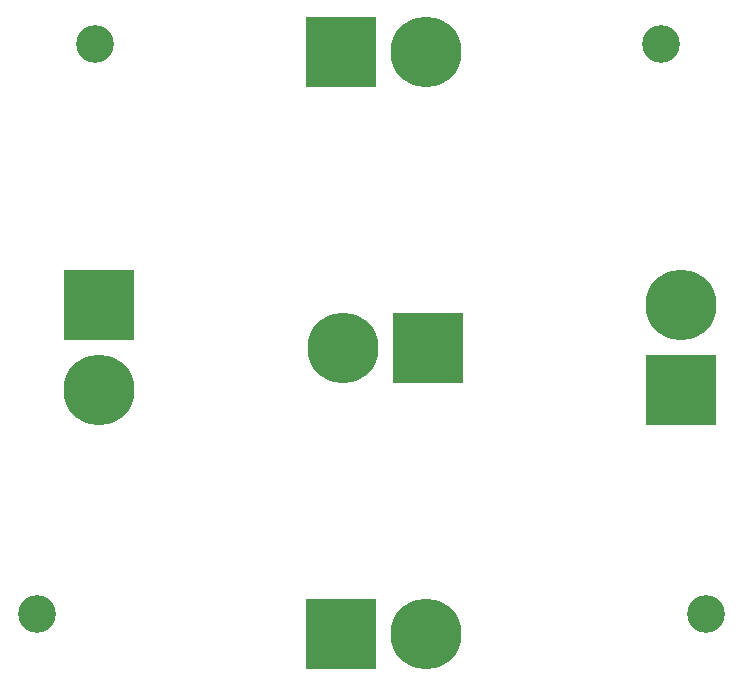
<source format=gbr>
%TF.GenerationSoftware,KiCad,Pcbnew,(6.0.9)*%
%TF.CreationDate,2023-02-05T00:50:23+02:00*%
%TF.ProjectId,power dis,706f7765-7220-4646-9973-2e6b69636164,rev?*%
%TF.SameCoordinates,Original*%
%TF.FileFunction,Soldermask,Bot*%
%TF.FilePolarity,Negative*%
%FSLAX46Y46*%
G04 Gerber Fmt 4.6, Leading zero omitted, Abs format (unit mm)*
G04 Created by KiCad (PCBNEW (6.0.9)) date 2023-02-05 00:50:23*
%MOMM*%
%LPD*%
G01*
G04 APERTURE LIST*
%ADD10C,3.200000*%
%ADD11C,6.000000*%
%ADD12R,6.000000X6.000000*%
G04 APERTURE END LIST*
D10*
%TO.C,REF\u002A\u002A*%
X227558600Y-81305400D03*
%TD*%
%TO.C,REF\u002A\u002A*%
X170891200Y-81254600D03*
%TD*%
%TO.C,REF\u002A\u002A*%
X175869600Y-32994600D03*
%TD*%
%TO.C,REF\u002A\u002A*%
X223723200Y-32994600D03*
%TD*%
D11*
%TO.C,J2*%
X176174400Y-62318000D03*
D12*
X176174400Y-55118000D03*
%TD*%
D11*
%TO.C,J2*%
X225475800Y-55118000D03*
D12*
X225475800Y-62318000D03*
%TD*%
D11*
%TO.C,J2*%
X203828200Y-82981800D03*
D12*
X196628200Y-82981800D03*
%TD*%
D11*
%TO.C,J2*%
X203828200Y-33680400D03*
D12*
X196628200Y-33680400D03*
%TD*%
D11*
%TO.C,J2*%
X196800000Y-58718000D03*
D12*
X204000000Y-58718000D03*
%TD*%
M02*

</source>
